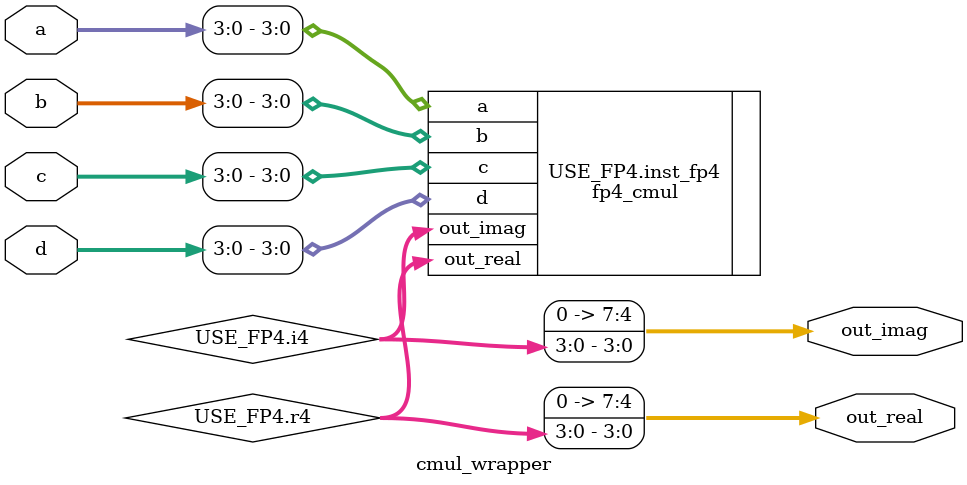
<source format=v>

module butterfly_wrapper #(
    parameter MULT_PRECISION = 0, // 0 for FP4, 1 for FP8
    parameter ADD_PRECISION = 0   // 0 for FP4, 1 for FP8
)(
    input [23:0] A, B,  // 24-bit unified format inputs
    input [23:0] W,     // twiddle factor (16-bit for FP8, only [7:0] used for FP4)
    output [23:0] X, Y  // 24-bit unified format outputs
);
    generate
        if (MULT_PRECISION == 0 && ADD_PRECISION == 0) begin : USE_PURE_FP4
            fp4_butterfly_generation_unit fp4_butterfly_inst(.A(A), .B(B), .W(W[7:0]), .X(X), .Y(Y));
        end else if (MULT_PRECISION == 1 && ADD_PRECISION == 1) begin : USE_PURE_FP8
            fp8_butterfly_generation_unit fp8_butterfly_inst(.A(A), .B(B), .W(W[23:8]), .X(X), .Y(Y));
        end else if (MULT_PRECISION == 0 && ADD_PRECISION == 1) begin: USE_FP8add_FP4mul
            butterfly_generation_unit_4add_8mul fp4mul_fp8add_inst(.A(A), .B(B), .W(W[23:8]), .X(X), .Y(Y));
        end else if (MULT_PRECISION == 1 && ADD_PRECISION == 0) begin: USE_FP8mul_FP4add
            butterfly_generation_unit_8add_4mul fp8mul_fp4add_inst(.A(A), .B(B), .W(W[7:0]), .X(X), .Y(Y));
        end
    endgenerate
endmodule

module cmul_wrapper #(
    parameter PRECISION = 0 // DEFAULT 0 for FP4 and 1 for FP8
)(
    input [7:0] a,
    input [7:0] b,
    input [7:0] c,
    input [7:0] d,
    output [7:0] out_real,
    output [7:0] out_imag
); 
    generate
        if (PRECISION == 0) begin: USE_FP4
           wire [3:0] r4, i4;
           fp4_cmul inst_fp4 (
               .a(a[3:0]), 
               .b(b[3:0]), 
               .c(c[3:0]), 
               .d(d[3:0]), 
               .out_real(r4), 
               .out_imag(i4)
           );
           assign out_real = {4'b0000, r4};
           assign out_imag = {4'b0000, i4};
        end
        else begin: USE_FP8
           fp8_cmul inst_fp8 (
               .a(a), 
               .b(b), 
               .c(c), 
               .d(d), 
               .out_real(out_real), 
               .out_imag(out_imag)
           );
        end
    endgenerate
endmodule
</source>
